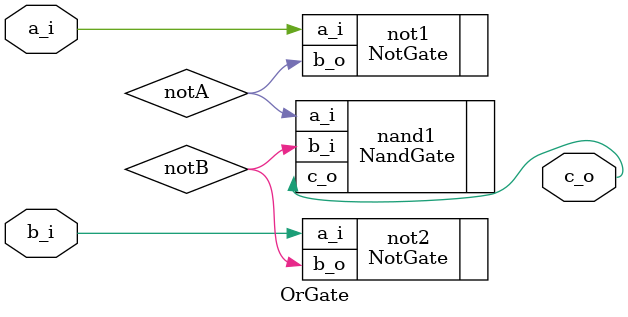
<source format=v>
`timescale 1ns / 1ps


module OrGate#(
    parameter BUS_WIDTH = 1
)(
    input [BUS_WIDTH - 1:0] a_i,
    input [BUS_WIDTH - 1:0] b_i,
    output [BUS_WIDTH - 1:0] c_o
);
    wire [BUS_WIDTH - 1:0] notA, notB;
    
    NotGate #(.BUS_WIDTH(BUS_WIDTH)) not1(.a_i(a_i), .b_o(notA));
    NotGate #(.BUS_WIDTH(BUS_WIDTH)) not2(.a_i(b_i), .b_o(notB));
    
    NandGate #(.BUS_WIDTH(BUS_WIDTH)) nand1(.a_i(notA), .b_i(notB), .c_o(c_o));
endmodule

</source>
